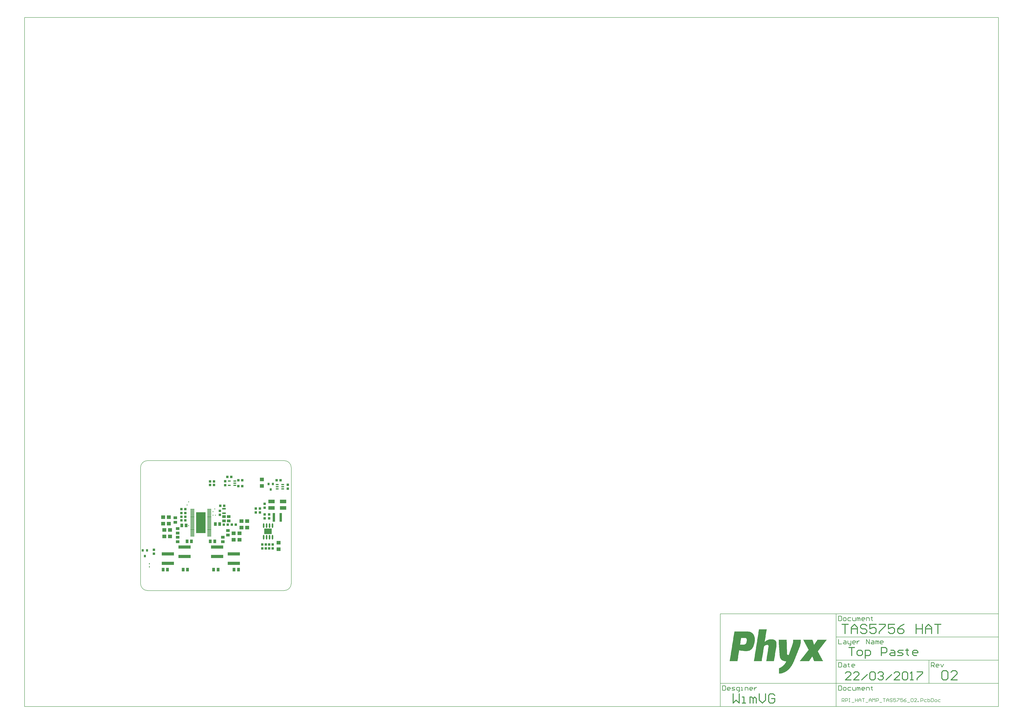
<source format=gtp>
G04 Layer_Color=8421504*
%FSLAX25Y25*%
%MOIN*%
G70*
G01*
G75*
%ADD13R,0.10630X0.06299*%
%ADD14R,0.07087X0.06299*%
%ADD15R,0.20984X0.05630*%
%ADD16R,0.05905X0.02756*%
%ADD17R,0.03347X0.03937*%
%ADD18R,0.03347X0.03937*%
%ADD19R,0.04528X0.02362*%
%ADD20C,0.01575*%
%ADD21R,0.06890X0.01181*%
%ADD22R,0.16142X0.35827*%
%ADD23R,0.01575X0.01890*%
%ADD24R,0.04331X0.03937*%
%ADD25R,0.03937X0.04331*%
%ADD26R,0.05905X0.05118*%
%ADD27R,0.05118X0.05905*%
%ADD28R,0.12992X0.09488*%
%ADD29O,0.02362X0.07874*%
%ADD30R,0.04331X0.14567*%
%ADD34C,0.00787*%
%ADD35C,0.01575*%
%ADD36C,0.00984*%
G36*
X1121080Y-83717D02*
Y-84003D01*
Y-84290D01*
Y-84576D01*
Y-84862D01*
Y-85149D01*
Y-85435D01*
Y-85721D01*
Y-86007D01*
Y-86294D01*
Y-86580D01*
Y-86866D01*
Y-87153D01*
Y-87439D01*
Y-87725D01*
Y-88012D01*
Y-88298D01*
Y-88584D01*
Y-88871D01*
Y-89157D01*
Y-89443D01*
X1120793D01*
Y-89730D01*
Y-90016D01*
Y-90302D01*
Y-90588D01*
Y-90875D01*
X1120507D01*
Y-91161D01*
Y-91448D01*
Y-91734D01*
Y-92020D01*
X1120221D01*
Y-92306D01*
Y-92593D01*
Y-92879D01*
Y-93165D01*
X1119934D01*
Y-93452D01*
Y-93738D01*
Y-94024D01*
X1119648D01*
Y-94311D01*
Y-94597D01*
Y-94883D01*
X1119362D01*
Y-95170D01*
Y-95456D01*
Y-95742D01*
X1119075D01*
Y-96029D01*
Y-96315D01*
Y-96601D01*
X1118789D01*
Y-96887D01*
Y-97174D01*
X1118503D01*
Y-97460D01*
Y-97746D01*
X1118217D01*
Y-98033D01*
Y-98319D01*
Y-98605D01*
X1117930D01*
Y-98892D01*
Y-99178D01*
X1117644D01*
Y-99464D01*
Y-99751D01*
Y-100037D01*
X1117358D01*
Y-100323D01*
Y-100610D01*
X1117071D01*
Y-100896D01*
Y-101182D01*
Y-101468D01*
X1116785D01*
Y-101755D01*
Y-102041D01*
X1116499D01*
Y-102327D01*
Y-102614D01*
Y-102900D01*
X1116212D01*
Y-103186D01*
Y-103473D01*
X1115926D01*
Y-103759D01*
Y-104045D01*
Y-104332D01*
X1115640D01*
Y-104618D01*
Y-104904D01*
X1115353D01*
Y-105191D01*
Y-105477D01*
Y-105763D01*
X1115067D01*
Y-106049D01*
Y-106336D01*
X1114781D01*
Y-106622D01*
Y-106908D01*
Y-107195D01*
X1114494D01*
Y-107481D01*
Y-107767D01*
X1114208D01*
Y-108054D01*
Y-108340D01*
Y-108626D01*
X1113922D01*
Y-108913D01*
Y-109199D01*
X1113636D01*
Y-109485D01*
Y-109772D01*
Y-110058D01*
X1113349D01*
Y-110344D01*
Y-110630D01*
X1113063D01*
Y-110917D01*
Y-111203D01*
Y-111489D01*
X1112776D01*
Y-111776D01*
Y-112062D01*
X1112490D01*
Y-112348D01*
Y-112635D01*
Y-112921D01*
X1112204D01*
Y-113207D01*
Y-113494D01*
X1111918D01*
Y-113780D01*
Y-114066D01*
Y-114353D01*
X1111631D01*
Y-114639D01*
Y-114925D01*
X1111345D01*
Y-115211D01*
Y-115498D01*
Y-115784D01*
X1111059D01*
Y-116070D01*
Y-116357D01*
X1110772D01*
Y-116643D01*
Y-116929D01*
Y-117216D01*
X1110486D01*
Y-117502D01*
Y-117788D01*
X1110200D01*
Y-118075D01*
Y-118361D01*
Y-118647D01*
X1109913D01*
Y-118933D01*
Y-119220D01*
X1109627D01*
Y-119506D01*
Y-119792D01*
Y-120079D01*
X1109341D01*
Y-120365D01*
Y-120651D01*
X1109054D01*
Y-120938D01*
Y-121224D01*
X1108768D01*
Y-121510D01*
Y-121797D01*
X1108482D01*
Y-122083D01*
Y-122369D01*
Y-122656D01*
X1108195D01*
Y-122942D01*
X1107909D01*
Y-123228D01*
Y-123514D01*
Y-123801D01*
X1107623D01*
Y-124087D01*
X1107337D01*
Y-124373D01*
Y-124660D01*
X1107050D01*
Y-124946D01*
Y-125232D01*
X1106764D01*
Y-125519D01*
Y-125805D01*
X1106478D01*
Y-126091D01*
Y-126378D01*
X1106191D01*
Y-126664D01*
X1105905D01*
Y-126950D01*
Y-127237D01*
X1105619D01*
Y-127523D01*
Y-127809D01*
X1105332D01*
Y-128095D01*
X1105046D01*
Y-128382D01*
X1104760D01*
Y-128668D01*
Y-128954D01*
X1104473D01*
Y-129241D01*
X1104187D01*
Y-129527D01*
Y-129813D01*
X1103901D01*
Y-130100D01*
X1103615D01*
Y-130386D01*
X1103328D01*
Y-130672D01*
Y-130959D01*
X1103042D01*
Y-131245D01*
X1102756D01*
Y-131531D01*
X1102469D01*
Y-131818D01*
X1102183D01*
Y-132104D01*
X1101897D01*
Y-132390D01*
Y-132676D01*
X1101610D01*
Y-132963D01*
X1101324D01*
Y-133249D01*
X1101038D01*
Y-133535D01*
X1100751D01*
Y-133822D01*
X1100465D01*
Y-134108D01*
X1100179D01*
Y-134394D01*
X1099892D01*
Y-134681D01*
X1099320D01*
Y-134967D01*
X1099034D01*
Y-135253D01*
X1098747D01*
Y-135540D01*
X1098461D01*
Y-135826D01*
X1098175D01*
Y-136112D01*
X1097602D01*
Y-136399D01*
X1097316D01*
Y-136685D01*
X1096743D01*
Y-136971D01*
X1096457D01*
Y-137258D01*
X1095884D01*
Y-137544D01*
X1095598D01*
Y-137830D01*
X1095025D01*
Y-138117D01*
X1094452D01*
Y-138403D01*
X1093880D01*
Y-138689D01*
X1093307D01*
Y-138975D01*
X1092735D01*
Y-139262D01*
X1091876D01*
Y-139548D01*
X1091303D01*
Y-139834D01*
X1090444D01*
Y-140121D01*
X1089299D01*
Y-140407D01*
X1088154D01*
Y-140693D01*
X1086436D01*
Y-140980D01*
X1084432D01*
Y-141266D01*
X1084145D01*
Y-140980D01*
Y-140693D01*
Y-140407D01*
Y-140121D01*
Y-139834D01*
Y-139548D01*
Y-139262D01*
Y-138975D01*
Y-138689D01*
Y-138403D01*
Y-138117D01*
Y-137830D01*
Y-137544D01*
Y-137258D01*
Y-136971D01*
Y-136685D01*
Y-136399D01*
Y-136112D01*
Y-135826D01*
Y-135540D01*
Y-135253D01*
Y-134967D01*
Y-134681D01*
Y-134394D01*
Y-134108D01*
Y-133822D01*
Y-133535D01*
Y-133249D01*
Y-132963D01*
Y-132676D01*
Y-132390D01*
Y-132104D01*
Y-131818D01*
X1084718D01*
Y-131531D01*
X1085291D01*
Y-131245D01*
X1085863D01*
Y-130959D01*
X1086436D01*
Y-130672D01*
X1087008D01*
Y-130386D01*
X1087581D01*
Y-130100D01*
X1087867D01*
Y-129813D01*
X1088440D01*
Y-129527D01*
X1088726D01*
Y-129241D01*
X1089299D01*
Y-128954D01*
X1089585D01*
Y-128668D01*
X1089872D01*
Y-128382D01*
X1090444D01*
Y-128095D01*
X1090730D01*
Y-127809D01*
X1091017D01*
Y-127523D01*
X1091303D01*
Y-127237D01*
X1091589D01*
Y-126950D01*
X1091876D01*
Y-126664D01*
X1092162D01*
Y-126378D01*
X1092448D01*
Y-126091D01*
X1092735D01*
Y-125805D01*
X1093021D01*
Y-125519D01*
X1093307D01*
Y-125232D01*
X1093594D01*
Y-124946D01*
Y-124660D01*
X1093880D01*
Y-124373D01*
X1094166D01*
Y-124087D01*
X1094452D01*
Y-123801D01*
Y-123514D01*
X1094739D01*
Y-123228D01*
X1095025D01*
Y-122942D01*
Y-122656D01*
X1095311D01*
Y-122369D01*
Y-122083D01*
X1095598D01*
Y-121797D01*
X1095884D01*
Y-121510D01*
Y-121224D01*
X1096170D01*
Y-120938D01*
Y-120651D01*
X1096457D01*
Y-120365D01*
Y-120079D01*
X1094739D01*
Y-119792D01*
X1092735D01*
Y-119506D01*
X1091589D01*
Y-119220D01*
X1091017D01*
Y-118933D01*
X1090158D01*
Y-118647D01*
X1089585D01*
Y-118361D01*
X1089299D01*
Y-118075D01*
X1088726D01*
Y-117788D01*
X1088440D01*
Y-117502D01*
X1088154D01*
Y-117216D01*
X1087867D01*
Y-116929D01*
X1087581D01*
Y-116643D01*
X1087295D01*
Y-116357D01*
Y-116070D01*
X1087008D01*
Y-115784D01*
X1086722D01*
Y-115498D01*
Y-115211D01*
X1086436D01*
Y-114925D01*
Y-114639D01*
X1086149D01*
Y-114353D01*
Y-114066D01*
X1085863D01*
Y-113780D01*
Y-113494D01*
Y-113207D01*
X1085577D01*
Y-112921D01*
Y-112635D01*
Y-112348D01*
Y-112062D01*
X1085291D01*
Y-111776D01*
Y-111489D01*
Y-111203D01*
Y-110917D01*
Y-110630D01*
Y-110344D01*
Y-110058D01*
X1085004D01*
Y-109772D01*
Y-109485D01*
Y-109199D01*
Y-108913D01*
Y-108626D01*
Y-108340D01*
Y-108054D01*
Y-107767D01*
Y-107481D01*
Y-107195D01*
Y-106908D01*
Y-106622D01*
Y-106336D01*
Y-106049D01*
Y-105763D01*
X1084718D01*
Y-105477D01*
Y-105191D01*
Y-104904D01*
Y-104618D01*
Y-104332D01*
Y-104045D01*
Y-103759D01*
Y-103473D01*
Y-103186D01*
Y-102900D01*
Y-102614D01*
Y-102327D01*
Y-102041D01*
Y-101755D01*
Y-101468D01*
X1084432D01*
Y-101182D01*
Y-100896D01*
Y-100610D01*
Y-100323D01*
Y-100037D01*
Y-99751D01*
Y-99464D01*
Y-99178D01*
Y-98892D01*
Y-98605D01*
Y-98319D01*
Y-98033D01*
Y-97746D01*
Y-97460D01*
Y-97174D01*
Y-96887D01*
X1084145D01*
Y-96601D01*
Y-96315D01*
Y-96029D01*
Y-95742D01*
Y-95456D01*
Y-95170D01*
Y-94883D01*
Y-94597D01*
Y-94311D01*
Y-94024D01*
Y-93738D01*
Y-93452D01*
Y-93165D01*
Y-92879D01*
Y-92593D01*
Y-92306D01*
X1083859D01*
Y-92020D01*
Y-91734D01*
Y-91448D01*
Y-91161D01*
Y-90875D01*
Y-90588D01*
Y-90302D01*
Y-90016D01*
Y-89730D01*
Y-89443D01*
Y-89157D01*
Y-88871D01*
Y-88584D01*
Y-88298D01*
X1083573D01*
Y-88012D01*
Y-87725D01*
Y-87439D01*
Y-87153D01*
Y-86866D01*
Y-86580D01*
Y-86294D01*
Y-86007D01*
Y-85721D01*
Y-85435D01*
Y-85149D01*
Y-84862D01*
Y-84576D01*
Y-84290D01*
Y-84003D01*
Y-83717D01*
X1083286D01*
Y-83431D01*
X1097029D01*
Y-83717D01*
Y-84003D01*
Y-84290D01*
Y-84576D01*
Y-84862D01*
Y-85149D01*
Y-85435D01*
Y-85721D01*
Y-86007D01*
Y-86294D01*
Y-86580D01*
Y-86866D01*
Y-87153D01*
Y-87439D01*
X1097316D01*
Y-87725D01*
Y-88012D01*
Y-88298D01*
Y-88584D01*
Y-88871D01*
Y-89157D01*
Y-89443D01*
Y-89730D01*
Y-90016D01*
Y-90302D01*
Y-90588D01*
Y-90875D01*
Y-91161D01*
Y-91448D01*
Y-91734D01*
Y-92020D01*
Y-92306D01*
Y-92593D01*
Y-92879D01*
Y-93165D01*
Y-93452D01*
Y-93738D01*
Y-94024D01*
Y-94311D01*
Y-94597D01*
Y-94883D01*
Y-95170D01*
Y-95456D01*
Y-95742D01*
Y-96029D01*
Y-96315D01*
Y-96601D01*
Y-96887D01*
Y-97174D01*
Y-97460D01*
Y-97746D01*
Y-98033D01*
Y-98319D01*
Y-98605D01*
Y-98892D01*
Y-99178D01*
X1097602D01*
Y-99464D01*
X1097316D01*
Y-99751D01*
Y-100037D01*
X1097602D01*
Y-100323D01*
Y-100610D01*
Y-100896D01*
Y-101182D01*
Y-101468D01*
Y-101755D01*
Y-102041D01*
Y-102327D01*
Y-102614D01*
Y-102900D01*
Y-103186D01*
Y-103473D01*
Y-103759D01*
Y-104045D01*
Y-104332D01*
Y-104618D01*
Y-104904D01*
Y-105191D01*
Y-105477D01*
Y-105763D01*
Y-106049D01*
Y-106336D01*
Y-106622D01*
Y-106908D01*
Y-107195D01*
Y-107481D01*
X1097888D01*
Y-107767D01*
Y-108054D01*
Y-108340D01*
X1098175D01*
Y-108626D01*
X1098461D01*
Y-108913D01*
X1098747D01*
Y-109199D01*
X1099606D01*
Y-109485D01*
X1100465D01*
Y-109199D01*
X1100751D01*
Y-108913D01*
Y-108626D01*
Y-108340D01*
X1101038D01*
Y-108054D01*
Y-107767D01*
X1101324D01*
Y-107481D01*
Y-107195D01*
Y-106908D01*
X1101610D01*
Y-106622D01*
Y-106336D01*
Y-106049D01*
X1101897D01*
Y-105763D01*
Y-105477D01*
Y-105191D01*
X1102183D01*
Y-104904D01*
Y-104618D01*
Y-104332D01*
X1102469D01*
Y-104045D01*
Y-103759D01*
X1102756D01*
Y-103473D01*
Y-103186D01*
Y-102900D01*
X1103042D01*
Y-102614D01*
Y-102327D01*
Y-102041D01*
X1103328D01*
Y-101755D01*
Y-101468D01*
Y-101182D01*
X1103615D01*
Y-100896D01*
Y-100610D01*
X1103901D01*
Y-100323D01*
Y-100037D01*
Y-99751D01*
X1104187D01*
Y-99464D01*
Y-99178D01*
Y-98892D01*
X1104473D01*
Y-98605D01*
Y-98319D01*
Y-98033D01*
X1104760D01*
Y-97746D01*
Y-97460D01*
X1105046D01*
Y-97174D01*
Y-96887D01*
Y-96601D01*
X1105332D01*
Y-96315D01*
Y-96029D01*
Y-95742D01*
X1105619D01*
Y-95456D01*
Y-95170D01*
Y-94883D01*
X1105905D01*
Y-94597D01*
Y-94311D01*
X1106191D01*
Y-94024D01*
Y-93738D01*
Y-93452D01*
X1106478D01*
Y-93165D01*
Y-92879D01*
Y-92593D01*
X1106764D01*
Y-92306D01*
Y-92020D01*
Y-91734D01*
X1107050D01*
Y-91448D01*
Y-91161D01*
Y-90875D01*
Y-90588D01*
X1107337D01*
Y-90302D01*
Y-90016D01*
Y-89730D01*
Y-89443D01*
X1107623D01*
Y-89157D01*
Y-88871D01*
Y-88584D01*
Y-88298D01*
Y-88012D01*
X1107909D01*
Y-87725D01*
Y-87439D01*
Y-87153D01*
Y-86866D01*
Y-86580D01*
Y-86294D01*
X1108195D01*
Y-86007D01*
Y-85721D01*
Y-85435D01*
Y-85149D01*
Y-84862D01*
Y-84576D01*
Y-84290D01*
Y-84003D01*
Y-83717D01*
Y-83431D01*
X1121080D01*
Y-83717D01*
D02*
G37*
G36*
X1063244Y-66252D02*
Y-66538D01*
X1062958D01*
Y-66825D01*
Y-67111D01*
Y-67397D01*
Y-67684D01*
Y-67970D01*
Y-68256D01*
X1062672D01*
Y-68542D01*
Y-68829D01*
Y-69115D01*
Y-69401D01*
Y-69688D01*
Y-69974D01*
X1062385D01*
Y-70260D01*
Y-70547D01*
Y-70833D01*
Y-71119D01*
Y-71406D01*
Y-71692D01*
Y-71978D01*
X1062099D01*
Y-72264D01*
Y-72551D01*
Y-72837D01*
Y-73123D01*
Y-73410D01*
Y-73696D01*
X1061813D01*
Y-73982D01*
Y-74269D01*
Y-74555D01*
Y-74841D01*
Y-75128D01*
Y-75414D01*
X1061526D01*
Y-75700D01*
Y-75987D01*
Y-76273D01*
Y-76559D01*
Y-76846D01*
Y-77132D01*
Y-77418D01*
X1061240D01*
Y-77704D01*
Y-77991D01*
Y-78277D01*
Y-78563D01*
Y-78850D01*
Y-79136D01*
X1060954D01*
Y-79422D01*
Y-79709D01*
Y-79995D01*
Y-80281D01*
Y-80568D01*
Y-80854D01*
X1060668D01*
Y-81140D01*
Y-81427D01*
Y-81713D01*
Y-81999D01*
Y-82285D01*
Y-82572D01*
X1060381D01*
Y-82858D01*
Y-83144D01*
Y-83431D01*
Y-83717D01*
Y-84003D01*
Y-84290D01*
Y-84576D01*
X1060095D01*
Y-84862D01*
Y-85149D01*
Y-85435D01*
Y-85721D01*
Y-86007D01*
Y-86294D01*
X1059809D01*
Y-86580D01*
Y-86866D01*
X1060381D01*
Y-86580D01*
X1060668D01*
Y-86294D01*
X1060954D01*
Y-86007D01*
X1061526D01*
Y-85721D01*
X1061813D01*
Y-85435D01*
X1062099D01*
Y-85149D01*
X1062672D01*
Y-84862D01*
X1063244D01*
Y-84576D01*
X1063531D01*
Y-84290D01*
X1064103D01*
Y-84003D01*
X1064962D01*
Y-83717D01*
X1065535D01*
Y-83431D01*
X1066394D01*
Y-83144D01*
X1067825D01*
Y-82858D01*
X1074124D01*
Y-83144D01*
X1075270D01*
Y-83431D01*
X1076128D01*
Y-83717D01*
X1076701D01*
Y-84003D01*
X1076987D01*
Y-84290D01*
X1077560D01*
Y-84576D01*
X1077846D01*
Y-84862D01*
X1078133D01*
Y-85149D01*
X1078419D01*
Y-85435D01*
X1078705D01*
Y-85721D01*
Y-86007D01*
X1078992D01*
Y-86294D01*
Y-86580D01*
X1079278D01*
Y-86866D01*
Y-87153D01*
Y-87439D01*
X1079564D01*
Y-87725D01*
Y-88012D01*
Y-88298D01*
Y-88584D01*
X1079850D01*
Y-88871D01*
Y-89157D01*
Y-89443D01*
Y-89730D01*
Y-90016D01*
Y-90302D01*
Y-90588D01*
Y-90875D01*
Y-91161D01*
Y-91448D01*
Y-91734D01*
Y-92020D01*
Y-92306D01*
Y-92593D01*
Y-92879D01*
Y-93165D01*
Y-93452D01*
Y-93738D01*
X1079564D01*
Y-94024D01*
Y-94311D01*
Y-94597D01*
Y-94883D01*
Y-95170D01*
Y-95456D01*
Y-95742D01*
X1079278D01*
Y-96029D01*
Y-96315D01*
Y-96601D01*
Y-96887D01*
Y-97174D01*
Y-97460D01*
Y-97746D01*
X1078992D01*
Y-98033D01*
Y-98319D01*
Y-98605D01*
Y-98892D01*
Y-99178D01*
Y-99464D01*
X1078705D01*
Y-99751D01*
Y-100037D01*
Y-100323D01*
Y-100610D01*
Y-100896D01*
Y-101182D01*
X1078419D01*
Y-101468D01*
Y-101755D01*
Y-102041D01*
Y-102327D01*
Y-102614D01*
Y-102900D01*
X1078133D01*
Y-103186D01*
Y-103473D01*
Y-103759D01*
Y-104045D01*
Y-104332D01*
Y-104618D01*
Y-104904D01*
X1077846D01*
Y-105191D01*
Y-105477D01*
Y-105763D01*
Y-106049D01*
Y-106336D01*
Y-106622D01*
X1077560D01*
Y-106908D01*
Y-107195D01*
Y-107481D01*
Y-107767D01*
Y-108054D01*
Y-108340D01*
X1077274D01*
Y-108626D01*
Y-108913D01*
Y-109199D01*
Y-109485D01*
Y-109772D01*
Y-110058D01*
Y-110344D01*
X1076987D01*
Y-110630D01*
Y-110917D01*
Y-111203D01*
Y-111489D01*
Y-111776D01*
Y-112062D01*
X1076701D01*
Y-112348D01*
Y-112635D01*
Y-112921D01*
Y-113207D01*
Y-113494D01*
Y-113780D01*
X1076415D01*
Y-114066D01*
Y-114353D01*
Y-114639D01*
Y-114925D01*
Y-115211D01*
Y-115498D01*
X1076128D01*
Y-115784D01*
Y-116070D01*
Y-116357D01*
Y-116643D01*
Y-116929D01*
Y-117216D01*
Y-117502D01*
X1075842D01*
Y-117788D01*
Y-118075D01*
Y-118361D01*
Y-118647D01*
Y-118933D01*
Y-119220D01*
X1075556D01*
Y-119506D01*
Y-119792D01*
X1062385D01*
Y-119506D01*
Y-119220D01*
X1062672D01*
Y-118933D01*
Y-118647D01*
Y-118361D01*
Y-118075D01*
Y-117788D01*
Y-117502D01*
X1062958D01*
Y-117216D01*
Y-116929D01*
Y-116643D01*
Y-116357D01*
Y-116070D01*
Y-115784D01*
Y-115498D01*
X1063244D01*
Y-115211D01*
Y-114925D01*
Y-114639D01*
Y-114353D01*
Y-114066D01*
Y-113780D01*
X1063531D01*
Y-113494D01*
Y-113207D01*
Y-112921D01*
Y-112635D01*
Y-112348D01*
Y-112062D01*
X1063817D01*
Y-111776D01*
Y-111489D01*
Y-111203D01*
Y-110917D01*
Y-110630D01*
Y-110344D01*
Y-110058D01*
X1064103D01*
Y-109772D01*
Y-109485D01*
Y-109199D01*
Y-108913D01*
Y-108626D01*
Y-108340D01*
X1064390D01*
Y-108054D01*
Y-107767D01*
Y-107481D01*
Y-107195D01*
Y-106908D01*
Y-106622D01*
Y-106336D01*
X1064676D01*
Y-106049D01*
Y-105763D01*
Y-105477D01*
Y-105191D01*
Y-104904D01*
Y-104618D01*
X1064962D01*
Y-104332D01*
Y-104045D01*
Y-103759D01*
Y-103473D01*
Y-103186D01*
Y-102900D01*
X1065249D01*
Y-102614D01*
Y-102327D01*
Y-102041D01*
Y-101755D01*
Y-101468D01*
Y-101182D01*
X1065535D01*
Y-100896D01*
Y-100610D01*
Y-100323D01*
Y-100037D01*
Y-99751D01*
Y-99464D01*
Y-99178D01*
X1065821D01*
Y-98892D01*
Y-98605D01*
Y-98319D01*
Y-98033D01*
Y-97746D01*
Y-97460D01*
X1066107D01*
Y-97174D01*
Y-96887D01*
Y-96601D01*
Y-96315D01*
Y-96029D01*
Y-95742D01*
Y-95456D01*
X1066394D01*
Y-95170D01*
Y-94883D01*
Y-94597D01*
Y-94311D01*
Y-94024D01*
Y-93738D01*
X1066107D01*
Y-93452D01*
Y-93165D01*
X1065821D01*
Y-92879D01*
X1065535D01*
Y-92593D01*
X1064962D01*
Y-92306D01*
X1063244D01*
Y-92593D01*
X1061813D01*
Y-92879D01*
X1060954D01*
Y-93165D01*
X1060381D01*
Y-93452D01*
X1060095D01*
Y-93738D01*
X1059522D01*
Y-94024D01*
X1059236D01*
Y-94311D01*
X1058950D01*
Y-94597D01*
Y-94883D01*
X1058663D01*
Y-95170D01*
Y-95456D01*
Y-95742D01*
X1058377D01*
Y-96029D01*
Y-96315D01*
Y-96601D01*
Y-96887D01*
Y-97174D01*
Y-97460D01*
X1058091D01*
Y-97746D01*
Y-98033D01*
Y-98319D01*
Y-98605D01*
Y-98892D01*
Y-99178D01*
Y-99464D01*
X1057804D01*
Y-99751D01*
Y-100037D01*
Y-100323D01*
Y-100610D01*
Y-100896D01*
Y-101182D01*
X1057518D01*
Y-101468D01*
Y-101755D01*
Y-102041D01*
Y-102327D01*
Y-102614D01*
Y-102900D01*
X1057232D01*
Y-103186D01*
Y-103473D01*
Y-103759D01*
Y-104045D01*
Y-104332D01*
Y-104618D01*
X1056946D01*
Y-104904D01*
Y-105191D01*
Y-105477D01*
Y-105763D01*
Y-106049D01*
Y-106336D01*
Y-106622D01*
X1056659D01*
Y-106908D01*
Y-107195D01*
Y-107481D01*
Y-107767D01*
Y-108054D01*
Y-108340D01*
X1056373D01*
Y-108626D01*
Y-108913D01*
Y-109199D01*
Y-109485D01*
Y-109772D01*
Y-110058D01*
X1056087D01*
Y-110344D01*
Y-110630D01*
Y-110917D01*
Y-111203D01*
Y-111489D01*
Y-111776D01*
Y-112062D01*
X1055800D01*
Y-112348D01*
Y-112635D01*
Y-112921D01*
Y-113207D01*
Y-113494D01*
Y-113780D01*
X1055514D01*
Y-114066D01*
Y-114353D01*
Y-114639D01*
Y-114925D01*
Y-115211D01*
Y-115498D01*
X1055228D01*
Y-115784D01*
Y-116070D01*
Y-116357D01*
Y-116643D01*
Y-116929D01*
Y-117216D01*
X1054941D01*
Y-117502D01*
Y-117788D01*
Y-118075D01*
Y-118361D01*
Y-118647D01*
Y-118933D01*
Y-119220D01*
X1054655D01*
Y-119506D01*
Y-119792D01*
X1041485D01*
Y-119506D01*
Y-119220D01*
X1041771D01*
Y-118933D01*
Y-118647D01*
Y-118361D01*
Y-118075D01*
Y-117788D01*
Y-117502D01*
Y-117216D01*
X1042057D01*
Y-116929D01*
Y-116643D01*
Y-116357D01*
Y-116070D01*
Y-115784D01*
Y-115498D01*
X1042344D01*
Y-115211D01*
Y-114925D01*
Y-114639D01*
Y-114353D01*
Y-114066D01*
Y-113780D01*
X1042630D01*
Y-113494D01*
Y-113207D01*
Y-112921D01*
Y-112635D01*
Y-112348D01*
Y-112062D01*
Y-111776D01*
X1042916D01*
Y-111489D01*
Y-111203D01*
Y-110917D01*
Y-110630D01*
Y-110344D01*
Y-110058D01*
X1043202D01*
Y-109772D01*
Y-109485D01*
Y-109199D01*
Y-108913D01*
Y-108626D01*
Y-108340D01*
X1043489D01*
Y-108054D01*
Y-107767D01*
Y-107481D01*
Y-107195D01*
Y-106908D01*
Y-106622D01*
X1043775D01*
Y-106336D01*
Y-106049D01*
Y-105763D01*
Y-105477D01*
Y-105191D01*
Y-104904D01*
Y-104618D01*
X1044061D01*
Y-104332D01*
Y-104045D01*
Y-103759D01*
Y-103473D01*
Y-103186D01*
Y-102900D01*
X1044348D01*
Y-102614D01*
Y-102327D01*
Y-102041D01*
Y-101755D01*
Y-101468D01*
Y-101182D01*
X1044634D01*
Y-100896D01*
Y-100610D01*
Y-100323D01*
Y-100037D01*
Y-99751D01*
Y-99464D01*
Y-99178D01*
X1044920D01*
Y-98892D01*
Y-98605D01*
Y-98319D01*
Y-98033D01*
Y-97746D01*
Y-97460D01*
X1045207D01*
Y-97174D01*
Y-96887D01*
Y-96601D01*
Y-96315D01*
Y-96029D01*
Y-95742D01*
X1045493D01*
Y-95456D01*
Y-95170D01*
Y-94883D01*
Y-94597D01*
Y-94311D01*
Y-94024D01*
X1045779D01*
Y-93738D01*
Y-93452D01*
Y-93165D01*
Y-92879D01*
Y-92593D01*
Y-92306D01*
Y-92020D01*
X1046066D01*
Y-91734D01*
Y-91448D01*
Y-91161D01*
Y-90875D01*
Y-90588D01*
Y-90302D01*
X1046352D01*
Y-90016D01*
Y-89730D01*
Y-89443D01*
Y-89157D01*
Y-88871D01*
Y-88584D01*
X1046638D01*
Y-88298D01*
Y-88012D01*
Y-87725D01*
Y-87439D01*
Y-87153D01*
Y-86866D01*
X1046925D01*
Y-86580D01*
Y-86294D01*
Y-86007D01*
Y-85721D01*
Y-85435D01*
Y-85149D01*
Y-84862D01*
X1047211D01*
Y-84576D01*
Y-84290D01*
Y-84003D01*
Y-83717D01*
Y-83431D01*
Y-83144D01*
X1047497D01*
Y-82858D01*
Y-82572D01*
Y-82285D01*
Y-81999D01*
Y-81713D01*
Y-81427D01*
X1047783D01*
Y-81140D01*
Y-80854D01*
Y-80568D01*
Y-80281D01*
Y-79995D01*
Y-79709D01*
Y-79422D01*
X1048070D01*
Y-79136D01*
Y-78850D01*
Y-78563D01*
Y-78277D01*
Y-77991D01*
Y-77704D01*
X1048356D01*
Y-77418D01*
Y-77132D01*
Y-76846D01*
Y-76559D01*
Y-76273D01*
Y-75987D01*
X1048642D01*
Y-75700D01*
Y-75414D01*
Y-75128D01*
Y-74841D01*
Y-74555D01*
Y-74269D01*
X1048929D01*
Y-73982D01*
Y-73696D01*
Y-73410D01*
Y-73123D01*
Y-72837D01*
Y-72551D01*
Y-72264D01*
X1049215D01*
Y-71978D01*
Y-71692D01*
Y-71406D01*
Y-71119D01*
Y-70833D01*
Y-70547D01*
X1049501D01*
Y-70260D01*
Y-69974D01*
Y-69688D01*
Y-69401D01*
Y-69115D01*
Y-68829D01*
X1049788D01*
Y-68542D01*
Y-68256D01*
Y-67970D01*
Y-67684D01*
Y-67397D01*
Y-67111D01*
Y-66825D01*
X1050074D01*
Y-66538D01*
Y-66252D01*
Y-65966D01*
X1063244D01*
Y-66252D01*
D02*
G37*
G36*
X1032036Y-69688D02*
X1033754D01*
Y-69974D01*
X1034613D01*
Y-70260D01*
X1035472D01*
Y-70547D01*
X1036331D01*
Y-70833D01*
X1036904D01*
Y-71119D01*
X1037190D01*
Y-71406D01*
X1037763D01*
Y-71692D01*
X1038049D01*
Y-71978D01*
X1038622D01*
Y-72264D01*
X1038908D01*
Y-72551D01*
X1039194D01*
Y-72837D01*
X1039480D01*
Y-73123D01*
X1039767D01*
Y-73410D01*
X1040053D01*
Y-73696D01*
X1040339D01*
Y-73982D01*
Y-74269D01*
X1040626D01*
Y-74555D01*
X1040912D01*
Y-74841D01*
Y-75128D01*
X1041198D01*
Y-75414D01*
X1041485D01*
Y-75700D01*
Y-75987D01*
X1041771D01*
Y-76273D01*
Y-76559D01*
Y-76846D01*
X1042057D01*
Y-77132D01*
Y-77418D01*
Y-77704D01*
X1042344D01*
Y-77991D01*
Y-78277D01*
Y-78563D01*
Y-78850D01*
X1042630D01*
Y-79136D01*
Y-79422D01*
Y-79709D01*
Y-79995D01*
Y-80281D01*
X1042916D01*
Y-80568D01*
Y-80854D01*
Y-81140D01*
Y-81427D01*
Y-81713D01*
Y-81999D01*
Y-82285D01*
Y-82572D01*
Y-82858D01*
Y-83144D01*
Y-83431D01*
Y-83717D01*
Y-84003D01*
Y-84290D01*
Y-84576D01*
Y-84862D01*
Y-85149D01*
Y-85435D01*
Y-85721D01*
Y-86007D01*
X1042630D01*
Y-86294D01*
Y-86580D01*
Y-86866D01*
Y-87153D01*
Y-87439D01*
Y-87725D01*
Y-88012D01*
X1042344D01*
Y-88298D01*
Y-88584D01*
Y-88871D01*
Y-89157D01*
Y-89443D01*
X1042057D01*
Y-89730D01*
Y-90016D01*
Y-90302D01*
Y-90588D01*
Y-90875D01*
X1041771D01*
Y-91161D01*
Y-91448D01*
Y-91734D01*
X1041485D01*
Y-92020D01*
Y-92306D01*
Y-92593D01*
Y-92879D01*
X1041198D01*
Y-93165D01*
Y-93452D01*
Y-93738D01*
X1040912D01*
Y-94024D01*
Y-94311D01*
X1040626D01*
Y-94597D01*
Y-94883D01*
Y-95170D01*
X1040339D01*
Y-95456D01*
Y-95742D01*
X1040053D01*
Y-96029D01*
Y-96315D01*
X1039767D01*
Y-96601D01*
Y-96887D01*
X1039480D01*
Y-97174D01*
X1039194D01*
Y-97460D01*
Y-97746D01*
X1038908D01*
Y-98033D01*
X1038622D01*
Y-98319D01*
X1038335D01*
Y-98605D01*
Y-98892D01*
X1038049D01*
Y-99178D01*
X1037763D01*
Y-99464D01*
X1037476D01*
Y-99751D01*
X1037190D01*
Y-100037D01*
X1036904D01*
Y-100323D01*
X1036331D01*
Y-100610D01*
X1036045D01*
Y-100896D01*
X1035472D01*
Y-101182D01*
X1035186D01*
Y-101468D01*
X1034613D01*
Y-101755D01*
X1033754D01*
Y-102041D01*
X1032895D01*
Y-102327D01*
X1032036D01*
Y-102614D01*
X1030318D01*
Y-102900D01*
X1025165D01*
Y-102614D01*
X1022588D01*
Y-102327D01*
X1020584D01*
Y-102041D01*
X1019152D01*
Y-101755D01*
X1017721D01*
Y-101468D01*
X1016289D01*
Y-101755D01*
Y-102041D01*
Y-102327D01*
Y-102614D01*
Y-102900D01*
Y-103186D01*
Y-103473D01*
X1016003D01*
Y-103759D01*
Y-104045D01*
Y-104332D01*
Y-104618D01*
Y-104904D01*
Y-105191D01*
X1015716D01*
Y-105477D01*
Y-105763D01*
Y-106049D01*
Y-106336D01*
Y-106622D01*
Y-106908D01*
X1015430D01*
Y-107195D01*
Y-107481D01*
Y-107767D01*
Y-108054D01*
Y-108340D01*
Y-108626D01*
Y-108913D01*
X1015144D01*
Y-109199D01*
Y-109485D01*
Y-109772D01*
Y-110058D01*
Y-110344D01*
Y-110630D01*
X1014857D01*
Y-110917D01*
Y-111203D01*
Y-111489D01*
Y-111776D01*
Y-112062D01*
Y-112348D01*
X1014571D01*
Y-112635D01*
Y-112921D01*
Y-113207D01*
Y-113494D01*
Y-113780D01*
Y-114066D01*
Y-114353D01*
X1014285D01*
Y-114639D01*
Y-114925D01*
Y-115211D01*
Y-115498D01*
Y-115784D01*
Y-116070D01*
X1013999D01*
Y-116357D01*
Y-116643D01*
Y-116929D01*
Y-117216D01*
Y-117502D01*
Y-117788D01*
X1013712D01*
Y-118075D01*
Y-118361D01*
Y-118647D01*
Y-118933D01*
Y-119220D01*
Y-119506D01*
Y-119792D01*
X1000256D01*
Y-119506D01*
X1000542D01*
Y-119220D01*
Y-118933D01*
Y-118647D01*
Y-118361D01*
Y-118075D01*
X1000828D01*
Y-117788D01*
Y-117502D01*
Y-117216D01*
Y-116929D01*
Y-116643D01*
Y-116357D01*
Y-116070D01*
X1001114D01*
Y-115784D01*
Y-115498D01*
Y-115211D01*
Y-114925D01*
Y-114639D01*
Y-114353D01*
X1001401D01*
Y-114066D01*
Y-113780D01*
Y-113494D01*
Y-113207D01*
Y-112921D01*
Y-112635D01*
X1001687D01*
Y-112348D01*
Y-112062D01*
Y-111776D01*
Y-111489D01*
Y-111203D01*
Y-110917D01*
Y-110630D01*
X1001974D01*
Y-110344D01*
Y-110058D01*
Y-109772D01*
Y-109485D01*
Y-109199D01*
Y-108913D01*
X1002260D01*
Y-108626D01*
Y-108340D01*
Y-108054D01*
Y-107767D01*
Y-107481D01*
Y-107195D01*
X1002546D01*
Y-106908D01*
Y-106622D01*
Y-106336D01*
Y-106049D01*
Y-105763D01*
Y-105477D01*
X1002832D01*
Y-105191D01*
Y-104904D01*
Y-104618D01*
Y-104332D01*
Y-104045D01*
Y-103759D01*
Y-103473D01*
X1003119D01*
Y-103186D01*
Y-102900D01*
Y-102614D01*
Y-102327D01*
Y-102041D01*
Y-101755D01*
X1003405D01*
Y-101468D01*
Y-101182D01*
Y-100896D01*
Y-100610D01*
Y-100323D01*
Y-100037D01*
X1003691D01*
Y-99751D01*
Y-99464D01*
Y-99178D01*
Y-98892D01*
Y-98605D01*
Y-98319D01*
X1003978D01*
Y-98033D01*
Y-97746D01*
Y-97460D01*
Y-97174D01*
Y-96887D01*
Y-96601D01*
Y-96315D01*
X1004264D01*
Y-96029D01*
Y-95742D01*
Y-95456D01*
Y-95170D01*
Y-94883D01*
Y-94597D01*
X1004550D01*
Y-94311D01*
Y-94024D01*
Y-93738D01*
Y-93452D01*
Y-93165D01*
Y-92879D01*
X1004837D01*
Y-92593D01*
Y-92306D01*
Y-92020D01*
Y-91734D01*
Y-91448D01*
Y-91161D01*
Y-90875D01*
X1005123D01*
Y-90588D01*
Y-90302D01*
Y-90016D01*
Y-89730D01*
Y-89443D01*
Y-89157D01*
X1005409D01*
Y-88871D01*
Y-88584D01*
Y-88298D01*
Y-88012D01*
Y-87725D01*
Y-87439D01*
X1005696D01*
Y-87153D01*
Y-86866D01*
Y-86580D01*
Y-86294D01*
Y-86007D01*
Y-85721D01*
X1005982D01*
Y-85435D01*
Y-85149D01*
Y-84862D01*
Y-84576D01*
Y-84290D01*
Y-84003D01*
Y-83717D01*
X1006268D01*
Y-83431D01*
Y-83144D01*
Y-82858D01*
Y-82572D01*
Y-82285D01*
Y-81999D01*
X1006555D01*
Y-81713D01*
Y-81427D01*
Y-81140D01*
Y-80854D01*
Y-80568D01*
Y-80281D01*
X1006841D01*
Y-79995D01*
Y-79709D01*
Y-79422D01*
Y-79136D01*
Y-78850D01*
Y-78563D01*
Y-78277D01*
X1007127D01*
Y-77991D01*
Y-77704D01*
Y-77418D01*
Y-77132D01*
Y-76846D01*
Y-76559D01*
X1007413D01*
Y-76273D01*
Y-75987D01*
Y-75700D01*
Y-75414D01*
Y-75128D01*
Y-74841D01*
X1007700D01*
Y-74555D01*
Y-74269D01*
Y-73982D01*
Y-73696D01*
Y-73410D01*
Y-73123D01*
Y-72837D01*
X1007986D01*
Y-72551D01*
Y-72264D01*
Y-71978D01*
Y-71692D01*
Y-71406D01*
Y-71119D01*
X1008272D01*
Y-70833D01*
Y-70547D01*
Y-70260D01*
Y-69974D01*
Y-69688D01*
Y-69401D01*
X1032036D01*
Y-69688D01*
D02*
G37*
G36*
X1165172Y-83717D02*
X1164886D01*
Y-84003D01*
X1164599D01*
Y-84290D01*
Y-84576D01*
X1164313D01*
Y-84862D01*
X1164027D01*
Y-85149D01*
X1163740D01*
Y-85435D01*
Y-85721D01*
X1163454D01*
Y-86007D01*
X1163168D01*
Y-86294D01*
X1162881D01*
Y-86580D01*
X1162595D01*
Y-86866D01*
Y-87153D01*
X1162309D01*
Y-87439D01*
X1162022D01*
Y-87725D01*
X1161736D01*
Y-88012D01*
Y-88298D01*
X1161450D01*
Y-88584D01*
X1161163D01*
Y-88871D01*
X1160877D01*
Y-89157D01*
X1160591D01*
Y-89443D01*
Y-89730D01*
X1160305D01*
Y-90016D01*
X1160018D01*
Y-90302D01*
X1159732D01*
Y-90588D01*
Y-90875D01*
X1159445D01*
Y-91161D01*
X1159159D01*
Y-91448D01*
X1158873D01*
Y-91734D01*
Y-92020D01*
X1158587D01*
Y-92306D01*
X1158300D01*
Y-92593D01*
X1158014D01*
Y-92879D01*
X1157728D01*
Y-93165D01*
Y-93452D01*
X1157441D01*
Y-93738D01*
X1157155D01*
Y-94024D01*
X1156869D01*
Y-94311D01*
Y-94597D01*
X1156582D01*
Y-94883D01*
X1156296D01*
Y-95170D01*
X1156010D01*
Y-95456D01*
Y-95742D01*
X1155723D01*
Y-96029D01*
X1155437D01*
Y-96315D01*
X1155151D01*
Y-96601D01*
X1154865D01*
Y-96887D01*
Y-97174D01*
X1154578D01*
Y-97460D01*
X1154292D01*
Y-97746D01*
X1154006D01*
Y-98033D01*
Y-98319D01*
X1153719D01*
Y-98605D01*
X1153433D01*
Y-98892D01*
X1153147D01*
Y-99178D01*
Y-99464D01*
X1152860D01*
Y-99751D01*
X1152574D01*
Y-100037D01*
X1152288D01*
Y-100323D01*
X1152001D01*
Y-100610D01*
Y-100896D01*
X1151715D01*
Y-101182D01*
X1151429D01*
Y-101468D01*
X1151142D01*
Y-101755D01*
Y-102041D01*
X1150856D01*
Y-102327D01*
X1150570D01*
Y-102614D01*
X1150284D01*
Y-102900D01*
X1149997D01*
Y-103186D01*
Y-103473D01*
X1150284D01*
Y-103759D01*
Y-104045D01*
X1150570D01*
Y-104332D01*
Y-104618D01*
X1150856D01*
Y-104904D01*
X1151142D01*
Y-105191D01*
Y-105477D01*
X1151429D01*
Y-105763D01*
Y-106049D01*
X1151715D01*
Y-106336D01*
Y-106622D01*
X1152001D01*
Y-106908D01*
Y-107195D01*
X1152288D01*
Y-107481D01*
Y-107767D01*
X1152574D01*
Y-108054D01*
Y-108340D01*
X1152860D01*
Y-108626D01*
Y-108913D01*
X1153147D01*
Y-109199D01*
Y-109485D01*
X1153433D01*
Y-109772D01*
X1153719D01*
Y-110058D01*
Y-110344D01*
X1154006D01*
Y-110630D01*
Y-110917D01*
X1154292D01*
Y-111203D01*
Y-111489D01*
X1154578D01*
Y-111776D01*
Y-112062D01*
X1154865D01*
Y-112348D01*
Y-112635D01*
X1155151D01*
Y-112921D01*
Y-113207D01*
X1155437D01*
Y-113494D01*
Y-113780D01*
X1155723D01*
Y-114066D01*
X1156010D01*
Y-114353D01*
Y-114639D01*
X1156296D01*
Y-114925D01*
Y-115211D01*
X1156582D01*
Y-115498D01*
Y-115784D01*
X1156869D01*
Y-116070D01*
Y-116357D01*
X1157155D01*
Y-116643D01*
Y-116929D01*
X1157441D01*
Y-117216D01*
Y-117502D01*
X1157728D01*
Y-117788D01*
Y-118075D01*
X1158014D01*
Y-118361D01*
X1158300D01*
Y-118647D01*
Y-118933D01*
X1158587D01*
Y-119220D01*
Y-119506D01*
X1158873D01*
Y-119792D01*
X1143698D01*
Y-119506D01*
X1143412D01*
Y-119220D01*
Y-118933D01*
Y-118647D01*
X1143126D01*
Y-118361D01*
Y-118075D01*
Y-117788D01*
X1142839D01*
Y-117502D01*
Y-117216D01*
X1142553D01*
Y-116929D01*
Y-116643D01*
Y-116357D01*
X1142267D01*
Y-116070D01*
Y-115784D01*
Y-115498D01*
X1141980D01*
Y-115211D01*
Y-114925D01*
X1141694D01*
Y-114639D01*
Y-114353D01*
Y-114066D01*
X1141408D01*
Y-113780D01*
Y-113494D01*
Y-113207D01*
X1141121D01*
Y-112921D01*
Y-112635D01*
Y-112348D01*
X1140835D01*
Y-112062D01*
X1140263D01*
Y-112348D01*
Y-112635D01*
X1139976D01*
Y-112921D01*
X1139690D01*
Y-113207D01*
Y-113494D01*
X1139404D01*
Y-113780D01*
X1139117D01*
Y-114066D01*
Y-114353D01*
X1138831D01*
Y-114639D01*
X1138545D01*
Y-114925D01*
Y-115211D01*
X1138258D01*
Y-115498D01*
X1137972D01*
Y-115784D01*
X1137686D01*
Y-116070D01*
Y-116357D01*
X1137399D01*
Y-116643D01*
X1137113D01*
Y-116929D01*
Y-117216D01*
X1136827D01*
Y-117502D01*
X1136541D01*
Y-117788D01*
Y-118075D01*
X1136254D01*
Y-118361D01*
X1135968D01*
Y-118647D01*
Y-118933D01*
X1135682D01*
Y-119220D01*
X1135395D01*
Y-119506D01*
Y-119792D01*
X1119362D01*
Y-119506D01*
X1119648D01*
Y-119220D01*
X1119934D01*
Y-118933D01*
X1120221D01*
Y-118647D01*
X1120507D01*
Y-118361D01*
Y-118075D01*
X1120793D01*
Y-117788D01*
X1121080D01*
Y-117502D01*
X1121366D01*
Y-117216D01*
X1121652D01*
Y-116929D01*
Y-116643D01*
X1121939D01*
Y-116357D01*
X1122225D01*
Y-116070D01*
X1122511D01*
Y-115784D01*
Y-115498D01*
X1122797D01*
Y-115211D01*
X1123084D01*
Y-114925D01*
X1123370D01*
Y-114639D01*
X1123656D01*
Y-114353D01*
Y-114066D01*
X1123943D01*
Y-113780D01*
X1124229D01*
Y-113494D01*
X1124515D01*
Y-113207D01*
X1124802D01*
Y-112921D01*
Y-112635D01*
X1125088D01*
Y-112348D01*
X1125374D01*
Y-112062D01*
X1125661D01*
Y-111776D01*
Y-111489D01*
X1125947D01*
Y-111203D01*
X1126233D01*
Y-110917D01*
X1126519D01*
Y-110630D01*
X1126806D01*
Y-110344D01*
Y-110058D01*
X1127092D01*
Y-109772D01*
X1127378D01*
Y-109485D01*
X1127665D01*
Y-109199D01*
Y-108913D01*
X1127951D01*
Y-108626D01*
X1128237D01*
Y-108340D01*
X1128524D01*
Y-108054D01*
X1128810D01*
Y-107767D01*
Y-107481D01*
X1129096D01*
Y-107195D01*
X1129383D01*
Y-106908D01*
X1129669D01*
Y-106622D01*
Y-106336D01*
X1129955D01*
Y-106049D01*
X1130242D01*
Y-105763D01*
X1130528D01*
Y-105477D01*
X1130814D01*
Y-105191D01*
Y-104904D01*
X1131100D01*
Y-104618D01*
X1131387D01*
Y-104332D01*
X1131673D01*
Y-104045D01*
X1131960D01*
Y-103759D01*
Y-103473D01*
X1132246D01*
Y-103186D01*
X1132532D01*
Y-102900D01*
X1132818D01*
Y-102614D01*
Y-102327D01*
X1133105D01*
Y-102041D01*
X1133391D01*
Y-101755D01*
X1133677D01*
Y-101468D01*
X1133964D01*
Y-101182D01*
Y-100896D01*
X1134250D01*
Y-100610D01*
Y-100323D01*
Y-100037D01*
X1133964D01*
Y-99751D01*
X1133677D01*
Y-99464D01*
Y-99178D01*
X1133391D01*
Y-98892D01*
Y-98605D01*
X1133105D01*
Y-98319D01*
Y-98033D01*
X1132818D01*
Y-97746D01*
Y-97460D01*
X1132532D01*
Y-97174D01*
Y-96887D01*
X1132246D01*
Y-96601D01*
Y-96315D01*
X1131960D01*
Y-96029D01*
X1131673D01*
Y-95742D01*
Y-95456D01*
X1131387D01*
Y-95170D01*
Y-94883D01*
X1131100D01*
Y-94597D01*
Y-94311D01*
X1130814D01*
Y-94024D01*
Y-93738D01*
X1130528D01*
Y-93452D01*
Y-93165D01*
X1130242D01*
Y-92879D01*
Y-92593D01*
X1129955D01*
Y-92306D01*
X1129669D01*
Y-92020D01*
Y-91734D01*
X1129383D01*
Y-91448D01*
Y-91161D01*
X1129096D01*
Y-90875D01*
Y-90588D01*
X1128810D01*
Y-90302D01*
Y-90016D01*
X1128524D01*
Y-89730D01*
Y-89443D01*
X1128237D01*
Y-89157D01*
Y-88871D01*
X1127951D01*
Y-88584D01*
Y-88298D01*
X1127665D01*
Y-88012D01*
X1127378D01*
Y-87725D01*
Y-87439D01*
X1127092D01*
Y-87153D01*
Y-86866D01*
X1126806D01*
Y-86580D01*
Y-86294D01*
X1126519D01*
Y-86007D01*
Y-85721D01*
X1126233D01*
Y-85435D01*
Y-85149D01*
X1125947D01*
Y-84862D01*
Y-84576D01*
X1125661D01*
Y-84290D01*
X1125374D01*
Y-84003D01*
Y-83717D01*
X1125088D01*
Y-83431D01*
X1140835D01*
Y-83717D01*
X1141121D01*
Y-84003D01*
Y-84290D01*
Y-84576D01*
X1141408D01*
Y-84862D01*
Y-85149D01*
Y-85435D01*
X1141694D01*
Y-85721D01*
Y-86007D01*
Y-86294D01*
X1141980D01*
Y-86580D01*
Y-86866D01*
Y-87153D01*
X1142267D01*
Y-87439D01*
Y-87725D01*
Y-88012D01*
X1142553D01*
Y-88298D01*
Y-88584D01*
Y-88871D01*
X1142839D01*
Y-89157D01*
Y-89443D01*
Y-89730D01*
X1143126D01*
Y-90016D01*
Y-90302D01*
Y-90588D01*
X1143412D01*
Y-90875D01*
Y-91161D01*
Y-91448D01*
Y-91734D01*
X1143985D01*
Y-91448D01*
X1144271D01*
Y-91161D01*
X1144557D01*
Y-90875D01*
Y-90588D01*
X1144844D01*
Y-90302D01*
X1145130D01*
Y-90016D01*
Y-89730D01*
X1145416D01*
Y-89443D01*
X1145702D01*
Y-89157D01*
Y-88871D01*
X1145989D01*
Y-88584D01*
X1146275D01*
Y-88298D01*
Y-88012D01*
X1146561D01*
Y-87725D01*
X1146848D01*
Y-87439D01*
Y-87153D01*
X1147134D01*
Y-86866D01*
X1147420D01*
Y-86580D01*
Y-86294D01*
X1147707D01*
Y-86007D01*
X1147993D01*
Y-85721D01*
Y-85435D01*
X1148279D01*
Y-85149D01*
X1148566D01*
Y-84862D01*
Y-84576D01*
X1148852D01*
Y-84290D01*
X1149138D01*
Y-84003D01*
Y-83717D01*
X1149425D01*
Y-83431D01*
X1165172D01*
Y-83717D01*
D02*
G37*
%LPC*%
G36*
X1027742Y-80568D02*
X1019725D01*
Y-80854D01*
Y-81140D01*
Y-81427D01*
Y-81713D01*
Y-81999D01*
X1019438D01*
Y-82285D01*
Y-82572D01*
Y-82858D01*
Y-83144D01*
Y-83431D01*
Y-83717D01*
X1019152D01*
Y-84003D01*
Y-84290D01*
Y-84576D01*
Y-84862D01*
Y-85149D01*
Y-85435D01*
X1018866D01*
Y-85721D01*
Y-86007D01*
Y-86294D01*
Y-86580D01*
Y-86866D01*
Y-87153D01*
X1018580D01*
Y-87439D01*
Y-87725D01*
Y-88012D01*
Y-88298D01*
Y-88584D01*
Y-88871D01*
Y-89157D01*
X1018293D01*
Y-89443D01*
Y-89730D01*
Y-90016D01*
Y-90302D01*
Y-90588D01*
Y-90875D01*
X1018007D01*
Y-91161D01*
Y-91448D01*
Y-91734D01*
X1025165D01*
Y-91448D01*
X1026310D01*
Y-91161D01*
X1026883D01*
Y-90875D01*
X1027169D01*
Y-90588D01*
X1027455D01*
Y-90302D01*
X1027742D01*
Y-90016D01*
X1028028D01*
Y-89730D01*
Y-89443D01*
X1028314D01*
Y-89157D01*
Y-88871D01*
X1028601D01*
Y-88584D01*
Y-88298D01*
X1028887D01*
Y-88012D01*
Y-87725D01*
Y-87439D01*
Y-87153D01*
X1029173D01*
Y-86866D01*
Y-86580D01*
Y-86294D01*
Y-86007D01*
Y-85721D01*
X1029459D01*
Y-85435D01*
Y-85149D01*
Y-84862D01*
Y-84576D01*
Y-84290D01*
Y-84003D01*
Y-83717D01*
Y-83431D01*
Y-83144D01*
Y-82858D01*
Y-82572D01*
X1029173D01*
Y-82285D01*
Y-81999D01*
X1028887D01*
Y-81713D01*
Y-81427D01*
X1028601D01*
Y-81140D01*
X1028314D01*
Y-80854D01*
X1027742D01*
Y-80568D01*
D02*
G37*
%LPD*%
D13*
X222441Y151181D02*
D03*
Y140157D02*
D03*
X242126Y151181D02*
D03*
Y140157D02*
D03*
D14*
X234252Y81102D02*
D03*
Y70079D02*
D03*
X205906Y177559D02*
D03*
Y188583D02*
D03*
X40354Y102953D02*
D03*
Y91929D02*
D03*
X158071Y97244D02*
D03*
Y86221D02*
D03*
X50197Y102953D02*
D03*
Y91929D02*
D03*
X167913Y97244D02*
D03*
Y86221D02*
D03*
X171260Y106890D02*
D03*
Y117913D02*
D03*
X181102Y106890D02*
D03*
Y117913D02*
D03*
X48228Y113583D02*
D03*
Y124606D02*
D03*
X38386Y113583D02*
D03*
Y124606D02*
D03*
D15*
X129921Y57992D02*
D03*
Y73898D02*
D03*
X158465Y46181D02*
D03*
Y62087D02*
D03*
X46260Y46181D02*
D03*
Y62087D02*
D03*
X74803Y57992D02*
D03*
Y73898D02*
D03*
D16*
X141732Y138779D02*
D03*
Y131299D02*
D03*
D17*
X221063Y171457D02*
D03*
X224803Y180905D02*
D03*
X11220Y68110D02*
D03*
X7480Y58661D02*
D03*
D18*
X217323Y180905D02*
D03*
X3740Y68110D02*
D03*
D19*
X232185Y176181D02*
D03*
X241437Y172441D02*
D03*
Y176181D02*
D03*
Y179921D02*
D03*
X232185D02*
D03*
X232185Y172441D02*
D03*
X150886Y178347D02*
D03*
Y185827D02*
D03*
X160138D02*
D03*
Y182087D02*
D03*
Y178347D02*
D03*
D20*
X126969Y127953D02*
D03*
X81693Y110236D02*
D03*
X81890Y150394D02*
D03*
X79134Y145276D02*
D03*
X125984Y138583D02*
D03*
X123031Y133858D02*
D03*
Y127953D02*
D03*
D21*
X116634Y92520D02*
D03*
Y94488D02*
D03*
Y96457D02*
D03*
Y98425D02*
D03*
Y100394D02*
D03*
Y102362D02*
D03*
Y104331D02*
D03*
Y106299D02*
D03*
Y108268D02*
D03*
Y110236D02*
D03*
Y112205D02*
D03*
Y114173D02*
D03*
Y116142D02*
D03*
Y118110D02*
D03*
Y120079D02*
D03*
Y122047D02*
D03*
Y124016D02*
D03*
Y125984D02*
D03*
Y127953D02*
D03*
Y129921D02*
D03*
Y131890D02*
D03*
Y133858D02*
D03*
Y135827D02*
D03*
Y137795D02*
D03*
X88090Y92520D02*
D03*
Y94488D02*
D03*
Y96457D02*
D03*
Y98425D02*
D03*
Y100394D02*
D03*
Y102362D02*
D03*
Y104331D02*
D03*
Y106299D02*
D03*
Y108268D02*
D03*
Y110236D02*
D03*
Y112205D02*
D03*
Y114173D02*
D03*
Y116142D02*
D03*
Y118110D02*
D03*
Y120079D02*
D03*
Y122047D02*
D03*
Y124016D02*
D03*
Y125984D02*
D03*
Y127953D02*
D03*
Y129921D02*
D03*
Y131890D02*
D03*
Y133858D02*
D03*
Y135827D02*
D03*
Y137795D02*
D03*
D22*
X102362Y115157D02*
D03*
D23*
X14961Y40315D02*
D03*
Y45512D02*
D03*
D24*
X147244Y192913D02*
D03*
X153937D02*
D03*
X141929Y143701D02*
D03*
X135237D02*
D03*
X76181Y131496D02*
D03*
X69489D02*
D03*
X69488Y125197D02*
D03*
X76181D02*
D03*
X76181Y119292D02*
D03*
X69489D02*
D03*
X76181Y138189D02*
D03*
X69489D02*
D03*
X165945Y177165D02*
D03*
X172637D02*
D03*
X165945Y187007D02*
D03*
X172637D02*
D03*
X161615Y111811D02*
D03*
X154922D02*
D03*
X237599Y187008D02*
D03*
X230906D02*
D03*
X124607Y179134D02*
D03*
X117914D02*
D03*
X124607Y185040D02*
D03*
X117914D02*
D03*
X148229Y111811D02*
D03*
X141536D02*
D03*
D25*
X134843Y128346D02*
D03*
Y135039D02*
D03*
X143701Y178740D02*
D03*
Y185433D02*
D03*
X250000Y172834D02*
D03*
Y179527D02*
D03*
X22835Y62401D02*
D03*
Y69094D02*
D03*
X206693Y78149D02*
D03*
Y71456D02*
D03*
X218504D02*
D03*
Y78149D02*
D03*
X224409Y71457D02*
D03*
Y78150D02*
D03*
X212599Y71456D02*
D03*
Y78149D02*
D03*
X195669Y139174D02*
D03*
Y132481D02*
D03*
X202756Y132480D02*
D03*
Y139173D02*
D03*
X210630Y129331D02*
D03*
Y122638D02*
D03*
X218504Y129330D02*
D03*
Y122637D02*
D03*
X210630Y147047D02*
D03*
Y140354D02*
D03*
D26*
X149606Y118110D02*
D03*
Y125591D02*
D03*
X62992Y105118D02*
D03*
Y97638D02*
D03*
X148425Y101772D02*
D03*
Y94291D02*
D03*
X141732Y125591D02*
D03*
Y118110D02*
D03*
X59055Y123425D02*
D03*
Y115945D02*
D03*
X139764Y82874D02*
D03*
Y90354D02*
D03*
X62992Y82874D02*
D03*
Y90354D02*
D03*
D27*
X134449Y112795D02*
D03*
X126969D02*
D03*
X125984Y83661D02*
D03*
X118504D02*
D03*
X69980Y110433D02*
D03*
X77460D02*
D03*
X78937Y83661D02*
D03*
X86417D02*
D03*
X79724Y35433D02*
D03*
X72244D02*
D03*
X38386D02*
D03*
X45866D02*
D03*
X166339D02*
D03*
X158858D02*
D03*
X124213D02*
D03*
X131693D02*
D03*
D28*
X216535Y100394D02*
D03*
D29*
X224035Y110236D02*
D03*
X219035D02*
D03*
X214035D02*
D03*
X209035D02*
D03*
X224035Y90551D02*
D03*
X219035D02*
D03*
X214035D02*
D03*
X209035D02*
D03*
D30*
X226378Y124016D02*
D03*
X238189D02*
D03*
D34*
X11811Y220472D02*
G03*
X0Y208661I0J-11811D01*
G01*
Y11811D02*
G03*
X11811Y0I11811J0D01*
G01*
X244094D02*
G03*
X255906Y11811I0J11811D01*
G01*
Y208661D02*
G03*
X244094Y220472I-11811J0D01*
G01*
X255906Y11811D02*
Y208661D01*
X11811Y220472D02*
X244094D01*
X11811Y0D02*
X244094D01*
X0Y11811D02*
Y208661D01*
X-196850Y-196850D02*
X1456693D01*
X-196850D02*
Y972441D01*
X1456693Y-196850D02*
Y972441D01*
X-196850D02*
X1456693D01*
X1181102Y-196850D02*
Y-39370D01*
X984252Y-196850D02*
Y-39370D01*
X1456693D01*
X984252Y-157480D02*
X1456693D01*
X1181102Y-118110D02*
X1456693D01*
X1181102Y-78740D02*
X1456693D01*
X1338583Y-157480D02*
Y-118110D01*
X1190945Y-188976D02*
Y-183073D01*
X1193897D01*
X1194881Y-184057D01*
Y-186025D01*
X1193897Y-187009D01*
X1190945D01*
X1192913D02*
X1194881Y-188976D01*
X1196848D02*
Y-183073D01*
X1199800D01*
X1200784Y-184057D01*
Y-186025D01*
X1199800Y-187009D01*
X1196848D01*
X1202752Y-183073D02*
X1204720D01*
X1203736D01*
Y-188976D01*
X1202752D01*
X1204720D01*
X1207672Y-189960D02*
X1211607D01*
X1213575Y-183073D02*
Y-188976D01*
Y-186025D01*
X1217511D01*
Y-183073D01*
Y-188976D01*
X1219479D02*
Y-185041D01*
X1221447Y-183073D01*
X1223415Y-185041D01*
Y-188976D01*
Y-186025D01*
X1219479D01*
X1225383Y-183073D02*
X1229318D01*
X1227350D01*
Y-188976D01*
X1231286Y-189960D02*
X1235222D01*
X1237190Y-188976D02*
Y-185041D01*
X1239158Y-183073D01*
X1241125Y-185041D01*
Y-188976D01*
Y-186025D01*
X1237190D01*
X1243093Y-188976D02*
Y-183073D01*
X1245061Y-185041D01*
X1247029Y-183073D01*
Y-188976D01*
X1248997D02*
Y-183073D01*
X1251949D01*
X1252933Y-184057D01*
Y-186025D01*
X1251949Y-187009D01*
X1248997D01*
X1254900Y-189960D02*
X1258836D01*
X1260804Y-183073D02*
X1264740D01*
X1262772D01*
Y-188976D01*
X1266708D02*
Y-185041D01*
X1268676Y-183073D01*
X1270644Y-185041D01*
Y-188976D01*
Y-186025D01*
X1266708D01*
X1276547Y-184057D02*
X1275563Y-183073D01*
X1273595D01*
X1272611Y-184057D01*
Y-185041D01*
X1273595Y-186025D01*
X1275563D01*
X1276547Y-187009D01*
Y-187993D01*
X1275563Y-188976D01*
X1273595D01*
X1272611Y-187993D01*
X1282451Y-183073D02*
X1278515D01*
Y-186025D01*
X1280483Y-185041D01*
X1281467D01*
X1282451Y-186025D01*
Y-187993D01*
X1281467Y-188976D01*
X1279499D01*
X1278515Y-187993D01*
X1284418Y-183073D02*
X1288354D01*
Y-184057D01*
X1284418Y-187993D01*
Y-188976D01*
X1294258Y-183073D02*
X1290322D01*
Y-186025D01*
X1292290Y-185041D01*
X1293274D01*
X1294258Y-186025D01*
Y-187993D01*
X1293274Y-188976D01*
X1291306D01*
X1290322Y-187993D01*
X1300161Y-183073D02*
X1298194Y-184057D01*
X1296226Y-186025D01*
Y-187993D01*
X1297210Y-188976D01*
X1299177D01*
X1300161Y-187993D01*
Y-187009D01*
X1299177Y-186025D01*
X1296226D01*
X1302129Y-189960D02*
X1306065D01*
X1308033Y-184057D02*
X1309017Y-183073D01*
X1310985D01*
X1311969Y-184057D01*
Y-187993D01*
X1310985Y-188976D01*
X1309017D01*
X1308033Y-187993D01*
Y-184057D01*
X1317872Y-188976D02*
X1313937D01*
X1317872Y-185041D01*
Y-184057D01*
X1316888Y-183073D01*
X1314921D01*
X1313937Y-184057D01*
X1319840Y-188976D02*
Y-187993D01*
X1320824D01*
Y-188976D01*
X1319840D01*
X1324760D02*
Y-183073D01*
X1327712D01*
X1328696Y-184057D01*
Y-186025D01*
X1327712Y-187009D01*
X1324760D01*
X1334599Y-185041D02*
X1331647D01*
X1330663Y-186025D01*
Y-187993D01*
X1331647Y-188976D01*
X1334599D01*
X1336567Y-183073D02*
Y-188976D01*
X1339519D01*
X1340503Y-187993D01*
Y-187009D01*
Y-186025D01*
X1339519Y-185041D01*
X1336567D01*
X1342471Y-183073D02*
Y-188976D01*
X1345422D01*
X1346406Y-187993D01*
Y-184057D01*
X1345422Y-183073D01*
X1342471D01*
X1349358Y-188976D02*
X1351326D01*
X1352310Y-187993D01*
Y-186025D01*
X1351326Y-185041D01*
X1349358D01*
X1348374Y-186025D01*
Y-187993D01*
X1349358Y-188976D01*
X1358214Y-185041D02*
X1355262D01*
X1354278Y-186025D01*
Y-187993D01*
X1355262Y-188976D01*
X1358214D01*
D35*
X1202756Y-96461D02*
X1211939D01*
X1207348D01*
Y-110236D01*
X1218827D02*
X1223419D01*
X1225714Y-107940D01*
Y-103349D01*
X1223419Y-101053D01*
X1218827D01*
X1216531Y-103349D01*
Y-107940D01*
X1218827Y-110236D01*
X1230306Y-114828D02*
Y-101053D01*
X1237194D01*
X1239489Y-103349D01*
Y-107940D01*
X1237194Y-110236D01*
X1230306D01*
X1257856D02*
Y-96461D01*
X1264744D01*
X1267040Y-98757D01*
Y-103349D01*
X1264744Y-105645D01*
X1257856D01*
X1273927Y-101053D02*
X1278519D01*
X1280815Y-103349D01*
Y-110236D01*
X1273927D01*
X1271631Y-107940D01*
X1273927Y-105645D01*
X1280815D01*
X1285406Y-110236D02*
X1292294D01*
X1294590Y-107940D01*
X1292294Y-105645D01*
X1287702D01*
X1285406Y-103349D01*
X1287702Y-101053D01*
X1294590D01*
X1301477Y-98757D02*
Y-101053D01*
X1299181D01*
X1303773D01*
X1301477D01*
Y-107940D01*
X1303773Y-110236D01*
X1317548D02*
X1312957D01*
X1310661Y-107940D01*
Y-103349D01*
X1312957Y-101053D01*
X1317548D01*
X1319844Y-103349D01*
Y-105645D01*
X1310661D01*
X1190945Y-57092D02*
X1201440D01*
X1196192D01*
Y-72835D01*
X1206688D02*
Y-62339D01*
X1211936Y-57092D01*
X1217183Y-62339D01*
Y-72835D01*
Y-64963D01*
X1206688D01*
X1232926Y-59715D02*
X1230302Y-57092D01*
X1225055D01*
X1222431Y-59715D01*
Y-62339D01*
X1225055Y-64963D01*
X1230302D01*
X1232926Y-67587D01*
Y-70211D01*
X1230302Y-72835D01*
X1225055D01*
X1222431Y-70211D01*
X1248669Y-57092D02*
X1238174D01*
Y-64963D01*
X1243421Y-62339D01*
X1246045D01*
X1248669Y-64963D01*
Y-70211D01*
X1246045Y-72835D01*
X1240798D01*
X1238174Y-70211D01*
X1253917Y-57092D02*
X1264412D01*
Y-59715D01*
X1253917Y-70211D01*
Y-72835D01*
X1280155Y-57092D02*
X1269660D01*
Y-64963D01*
X1274907Y-62339D01*
X1277531D01*
X1280155Y-64963D01*
Y-70211D01*
X1277531Y-72835D01*
X1272283D01*
X1269660Y-70211D01*
X1295898Y-57092D02*
X1290650Y-59715D01*
X1285402Y-64963D01*
Y-70211D01*
X1288026Y-72835D01*
X1293274D01*
X1295898Y-70211D01*
Y-67587D01*
X1293274Y-64963D01*
X1285402D01*
X1316888Y-57092D02*
Y-72835D01*
Y-64963D01*
X1327384D01*
Y-57092D01*
Y-72835D01*
X1332631D02*
Y-62339D01*
X1337879Y-57092D01*
X1343127Y-62339D01*
Y-72835D01*
Y-64963D01*
X1332631D01*
X1348374Y-57092D02*
X1358870D01*
X1353622D01*
Y-72835D01*
X1206034Y-151575D02*
X1196850D01*
X1206034Y-142391D01*
Y-140096D01*
X1203738Y-137800D01*
X1199146D01*
X1196850Y-140096D01*
X1219809Y-151575D02*
X1210625D01*
X1219809Y-142391D01*
Y-140096D01*
X1217513Y-137800D01*
X1212921D01*
X1210625Y-140096D01*
X1224401Y-151575D02*
X1233584Y-142391D01*
X1238176Y-140096D02*
X1240471Y-137800D01*
X1245063D01*
X1247359Y-140096D01*
Y-149279D01*
X1245063Y-151575D01*
X1240471D01*
X1238176Y-149279D01*
Y-140096D01*
X1251951D02*
X1254247Y-137800D01*
X1258838D01*
X1261134Y-140096D01*
Y-142391D01*
X1258838Y-144687D01*
X1256542D01*
X1258838D01*
X1261134Y-146983D01*
Y-149279D01*
X1258838Y-151575D01*
X1254247D01*
X1251951Y-149279D01*
X1265726Y-151575D02*
X1274909Y-142391D01*
X1288684Y-151575D02*
X1279501D01*
X1288684Y-142391D01*
Y-140096D01*
X1286388Y-137800D01*
X1281797D01*
X1279501Y-140096D01*
X1293276D02*
X1295572Y-137800D01*
X1300163D01*
X1302459Y-140096D01*
Y-149279D01*
X1300163Y-151575D01*
X1295572D01*
X1293276Y-149279D01*
Y-140096D01*
X1307051Y-151575D02*
X1311643D01*
X1309347D01*
Y-137800D01*
X1307051Y-140096D01*
X1318530Y-137800D02*
X1327714D01*
Y-140096D01*
X1318530Y-149279D01*
Y-151575D01*
X1360236Y-138456D02*
X1362860Y-135832D01*
X1368108D01*
X1370732Y-138456D01*
Y-148951D01*
X1368108Y-151575D01*
X1362860D01*
X1360236Y-148951D01*
Y-138456D01*
X1386475Y-151575D02*
X1375979D01*
X1386475Y-141079D01*
Y-138456D01*
X1383851Y-135832D01*
X1378603D01*
X1375979Y-138456D01*
X1005906Y-175202D02*
Y-190945D01*
X1011153Y-185697D01*
X1016401Y-190945D01*
Y-175202D01*
X1021649Y-190945D02*
X1026896D01*
X1024272D01*
Y-180450D01*
X1021649D01*
X1034768Y-190945D02*
Y-180450D01*
X1037391D01*
X1040015Y-183073D01*
Y-190945D01*
Y-183073D01*
X1042639Y-180450D01*
X1045263Y-183073D01*
Y-190945D01*
X1050511Y-175202D02*
Y-185697D01*
X1055758Y-190945D01*
X1061006Y-185697D01*
Y-175202D01*
X1076749Y-177826D02*
X1074125Y-175202D01*
X1068877D01*
X1066253Y-177826D01*
Y-188321D01*
X1068877Y-190945D01*
X1074125D01*
X1076749Y-188321D01*
Y-183073D01*
X1071501D01*
D36*
X1185039Y-161420D02*
Y-169291D01*
X1188975D01*
X1190287Y-167979D01*
Y-162732D01*
X1188975Y-161420D01*
X1185039D01*
X1194223Y-169291D02*
X1196847D01*
X1198158Y-167979D01*
Y-165356D01*
X1196847Y-164044D01*
X1194223D01*
X1192911Y-165356D01*
Y-167979D01*
X1194223Y-169291D01*
X1206030Y-164044D02*
X1202094D01*
X1200782Y-165356D01*
Y-167979D01*
X1202094Y-169291D01*
X1206030D01*
X1208654Y-164044D02*
Y-167979D01*
X1209966Y-169291D01*
X1213902D01*
Y-164044D01*
X1216525Y-169291D02*
Y-164044D01*
X1217837D01*
X1219149Y-165356D01*
Y-169291D01*
Y-165356D01*
X1220461Y-164044D01*
X1221773Y-165356D01*
Y-169291D01*
X1228333D02*
X1225709D01*
X1224397Y-167979D01*
Y-165356D01*
X1225709Y-164044D01*
X1228333D01*
X1229644Y-165356D01*
Y-166667D01*
X1224397D01*
X1232268Y-169291D02*
Y-164044D01*
X1236204D01*
X1237516Y-165356D01*
Y-169291D01*
X1241452Y-162732D02*
Y-164044D01*
X1240140D01*
X1242764D01*
X1241452D01*
Y-167979D01*
X1242764Y-169291D01*
X1185039Y-122050D02*
Y-129921D01*
X1188975D01*
X1190287Y-128609D01*
Y-123362D01*
X1188975Y-122050D01*
X1185039D01*
X1194223Y-124674D02*
X1196847D01*
X1198158Y-125986D01*
Y-129921D01*
X1194223D01*
X1192911Y-128609D01*
X1194223Y-127297D01*
X1198158D01*
X1202094Y-123362D02*
Y-124674D01*
X1200782D01*
X1203406D01*
X1202094D01*
Y-128609D01*
X1203406Y-129921D01*
X1211278D02*
X1208654D01*
X1207342Y-128609D01*
Y-125986D01*
X1208654Y-124674D01*
X1211278D01*
X1212589Y-125986D01*
Y-127297D01*
X1207342D01*
X1185039Y-82680D02*
Y-90551D01*
X1190287D01*
X1194223Y-85303D02*
X1196847D01*
X1198158Y-86615D01*
Y-90551D01*
X1194223D01*
X1192911Y-89239D01*
X1194223Y-87927D01*
X1198158D01*
X1200782Y-85303D02*
Y-89239D01*
X1202094Y-90551D01*
X1206030D01*
Y-91863D01*
X1204718Y-93175D01*
X1203406D01*
X1206030Y-90551D02*
Y-85303D01*
X1212590Y-90551D02*
X1209966D01*
X1208654Y-89239D01*
Y-86615D01*
X1209966Y-85303D01*
X1212590D01*
X1213902Y-86615D01*
Y-87927D01*
X1208654D01*
X1216525Y-85303D02*
Y-90551D01*
Y-87927D01*
X1217837Y-86615D01*
X1219149Y-85303D01*
X1220461D01*
X1232268Y-90551D02*
Y-82680D01*
X1237516Y-90551D01*
Y-82680D01*
X1241452Y-85303D02*
X1244075D01*
X1245387Y-86615D01*
Y-90551D01*
X1241452D01*
X1240140Y-89239D01*
X1241452Y-87927D01*
X1245387D01*
X1248011Y-90551D02*
Y-85303D01*
X1249323D01*
X1250635Y-86615D01*
Y-90551D01*
Y-86615D01*
X1251947Y-85303D01*
X1253259Y-86615D01*
Y-90551D01*
X1259818D02*
X1257195D01*
X1255883Y-89239D01*
Y-86615D01*
X1257195Y-85303D01*
X1259818D01*
X1261130Y-86615D01*
Y-87927D01*
X1255883D01*
X1185039Y-43310D02*
Y-51181D01*
X1188975D01*
X1190287Y-49869D01*
Y-44622D01*
X1188975Y-43310D01*
X1185039D01*
X1194223Y-51181D02*
X1196847D01*
X1198158Y-49869D01*
Y-47245D01*
X1196847Y-45933D01*
X1194223D01*
X1192911Y-47245D01*
Y-49869D01*
X1194223Y-51181D01*
X1206030Y-45933D02*
X1202094D01*
X1200782Y-47245D01*
Y-49869D01*
X1202094Y-51181D01*
X1206030D01*
X1208654Y-45933D02*
Y-49869D01*
X1209966Y-51181D01*
X1213902D01*
Y-45933D01*
X1216525Y-51181D02*
Y-45933D01*
X1217837D01*
X1219149Y-47245D01*
Y-51181D01*
Y-47245D01*
X1220461Y-45933D01*
X1221773Y-47245D01*
Y-51181D01*
X1228333D02*
X1225709D01*
X1224397Y-49869D01*
Y-47245D01*
X1225709Y-45933D01*
X1228333D01*
X1229644Y-47245D01*
Y-48557D01*
X1224397D01*
X1232268Y-51181D02*
Y-45933D01*
X1236204D01*
X1237516Y-47245D01*
Y-51181D01*
X1241452Y-44622D02*
Y-45933D01*
X1240140D01*
X1242764D01*
X1241452D01*
Y-49869D01*
X1242764Y-51181D01*
X988189Y-161420D02*
Y-169291D01*
X992125D01*
X993437Y-167979D01*
Y-162732D01*
X992125Y-161420D01*
X988189D01*
X999996Y-169291D02*
X997372D01*
X996060Y-167979D01*
Y-165356D01*
X997372Y-164044D01*
X999996D01*
X1001308Y-165356D01*
Y-166667D01*
X996060D01*
X1003932Y-169291D02*
X1007868D01*
X1009180Y-167979D01*
X1007868Y-166667D01*
X1005244D01*
X1003932Y-165356D01*
X1005244Y-164044D01*
X1009180D01*
X1014427Y-171915D02*
X1015739D01*
X1017051Y-170603D01*
Y-164044D01*
X1013115D01*
X1011803Y-165356D01*
Y-167979D01*
X1013115Y-169291D01*
X1017051D01*
X1019675D02*
X1022299D01*
X1020987D01*
Y-164044D01*
X1019675D01*
X1026235Y-169291D02*
Y-164044D01*
X1030170D01*
X1031482Y-165356D01*
Y-169291D01*
X1038042D02*
X1035418D01*
X1034106Y-167979D01*
Y-165356D01*
X1035418Y-164044D01*
X1038042D01*
X1039354Y-165356D01*
Y-166667D01*
X1034106D01*
X1041977Y-164044D02*
Y-169291D01*
Y-166667D01*
X1043289Y-165356D01*
X1044601Y-164044D01*
X1045913D01*
X1342520Y-129921D02*
Y-122050D01*
X1346455D01*
X1347767Y-123362D01*
Y-125986D01*
X1346455Y-127297D01*
X1342520D01*
X1345144D02*
X1347767Y-129921D01*
X1354327D02*
X1351703D01*
X1350391Y-128609D01*
Y-125986D01*
X1351703Y-124674D01*
X1354327D01*
X1355639Y-125986D01*
Y-127297D01*
X1350391D01*
X1358263Y-124674D02*
X1360886Y-129921D01*
X1363510Y-124674D01*
M02*

</source>
